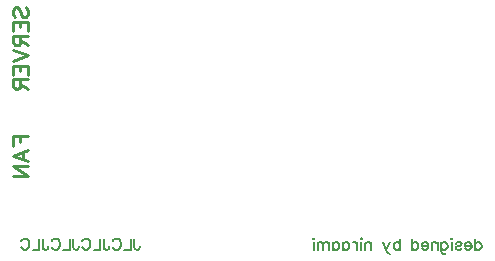
<source format=gbo>
G04 Layer: BottomSilkLayer*
G04 EasyEDA v6.4.25, 2021-10-07T01:57:40+02:00*
G04 74d54719dcbb48859515a23e3f46d2e4,21b141c4020943fdbba11dee5124b23b,10*
G04 Gerber Generator version 0.2*
G04 Scale: 100 percent, Rotated: No, Reflected: No *
G04 Dimensions in millimeters *
G04 leading zeros omitted , absolute positions ,4 integer and 5 decimal *
%FSLAX45Y45*%
%MOMM*%

%ADD32C,0.2000*%
%ADD37C,0.2500*%

%LPD*%
D32*
X1516646Y-2502590D02*
G01*
X1516646Y-2575318D01*
X1521190Y-2588953D01*
X1525737Y-2593500D01*
X1534828Y-2598046D01*
X1543918Y-2598046D01*
X1553009Y-2593500D01*
X1557553Y-2588953D01*
X1562100Y-2575318D01*
X1562100Y-2566228D01*
X1486644Y-2502590D02*
G01*
X1486644Y-2598046D01*
X1486644Y-2598046D02*
G01*
X1432100Y-2598046D01*
X1333919Y-2525318D02*
G01*
X1338463Y-2516228D01*
X1347553Y-2507137D01*
X1356644Y-2502590D01*
X1374828Y-2502590D01*
X1383919Y-2507137D01*
X1393009Y-2516228D01*
X1397553Y-2525318D01*
X1402100Y-2538953D01*
X1402100Y-2561681D01*
X1397553Y-2575318D01*
X1393009Y-2584409D01*
X1383919Y-2593500D01*
X1374828Y-2598046D01*
X1356644Y-2598046D01*
X1347553Y-2593500D01*
X1338463Y-2584409D01*
X1333919Y-2575318D01*
X1258463Y-2502590D02*
G01*
X1258463Y-2575318D01*
X1263009Y-2588953D01*
X1267553Y-2593500D01*
X1276644Y-2598046D01*
X1285735Y-2598046D01*
X1294828Y-2593500D01*
X1299372Y-2588953D01*
X1303919Y-2575318D01*
X1303919Y-2566228D01*
X1228463Y-2502590D02*
G01*
X1228463Y-2598046D01*
X1228463Y-2598046D02*
G01*
X1173919Y-2598046D01*
X1075735Y-2525318D02*
G01*
X1080282Y-2516228D01*
X1089372Y-2507137D01*
X1098463Y-2502590D01*
X1116644Y-2502590D01*
X1125735Y-2507137D01*
X1134826Y-2516228D01*
X1139372Y-2525318D01*
X1143916Y-2538953D01*
X1143916Y-2561681D01*
X1139372Y-2575318D01*
X1134826Y-2584409D01*
X1125735Y-2593500D01*
X1116644Y-2598046D01*
X1098463Y-2598046D01*
X1089372Y-2593500D01*
X1080282Y-2584409D01*
X1075735Y-2575318D01*
X1000282Y-2502590D02*
G01*
X1000282Y-2575318D01*
X1004826Y-2588953D01*
X1009373Y-2593500D01*
X1018463Y-2598046D01*
X1027554Y-2598046D01*
X1036645Y-2593500D01*
X1041191Y-2588953D01*
X1045735Y-2575318D01*
X1045735Y-2566228D01*
X970282Y-2502590D02*
G01*
X970282Y-2598046D01*
X970282Y-2598046D02*
G01*
X915736Y-2598046D01*
X817554Y-2525318D02*
G01*
X822098Y-2516228D01*
X831192Y-2507137D01*
X840282Y-2502590D01*
X858464Y-2502590D01*
X867554Y-2507137D01*
X876645Y-2516228D01*
X881192Y-2525318D01*
X885736Y-2538953D01*
X885736Y-2561681D01*
X881192Y-2575318D01*
X876645Y-2584409D01*
X867554Y-2593500D01*
X858464Y-2598046D01*
X840282Y-2598046D01*
X831192Y-2593500D01*
X822098Y-2584409D01*
X817554Y-2575318D01*
X742099Y-2502590D02*
G01*
X742099Y-2575318D01*
X746645Y-2588953D01*
X751189Y-2593500D01*
X760282Y-2598046D01*
X769373Y-2598046D01*
X778464Y-2593500D01*
X783008Y-2588953D01*
X787554Y-2575318D01*
X787554Y-2566228D01*
X712099Y-2502590D02*
G01*
X712099Y-2598046D01*
X712099Y-2598046D02*
G01*
X657555Y-2598046D01*
X559371Y-2525318D02*
G01*
X563918Y-2516228D01*
X573008Y-2507137D01*
X582099Y-2502590D01*
X600280Y-2502590D01*
X609373Y-2507137D01*
X618464Y-2516228D01*
X623008Y-2525318D01*
X627555Y-2538953D01*
X627555Y-2561681D01*
X623008Y-2575318D01*
X618464Y-2584409D01*
X609373Y-2593500D01*
X600280Y-2598046D01*
X582099Y-2598046D01*
X573008Y-2593500D01*
X563918Y-2584409D01*
X559371Y-2575318D01*
D37*
X508845Y-628827D02*
G01*
X497027Y-617009D01*
X491119Y-599282D01*
X491119Y-575645D01*
X497027Y-557918D01*
X508845Y-546100D01*
X520664Y-546100D01*
X532483Y-552008D01*
X538391Y-557918D01*
X544299Y-569737D01*
X556117Y-605190D01*
X562028Y-617009D01*
X567936Y-622917D01*
X579754Y-628827D01*
X597481Y-628827D01*
X609300Y-617009D01*
X615208Y-599282D01*
X615208Y-575645D01*
X609300Y-557918D01*
X597481Y-546100D01*
X491119Y-667826D02*
G01*
X615208Y-667826D01*
X491119Y-667826D02*
G01*
X491119Y-744646D01*
X550209Y-667826D02*
G01*
X550209Y-715098D01*
X615208Y-667826D02*
G01*
X615208Y-744646D01*
X491119Y-783645D02*
G01*
X615208Y-783645D01*
X491119Y-783645D02*
G01*
X491119Y-836828D01*
X497027Y-854555D01*
X502935Y-860463D01*
X514753Y-866373D01*
X526572Y-866373D01*
X538391Y-860463D01*
X544299Y-854555D01*
X550209Y-836828D01*
X550209Y-783645D01*
X550209Y-825009D02*
G01*
X615208Y-866373D01*
X491119Y-905372D02*
G01*
X615208Y-952644D01*
X491119Y-999919D02*
G01*
X615208Y-952644D01*
X491119Y-1038918D02*
G01*
X615208Y-1038918D01*
X491119Y-1038918D02*
G01*
X491119Y-1115735D01*
X550209Y-1038918D02*
G01*
X550209Y-1086190D01*
X615208Y-1038918D02*
G01*
X615208Y-1115735D01*
X491119Y-1154737D02*
G01*
X615208Y-1154737D01*
X491119Y-1154737D02*
G01*
X491119Y-1207917D01*
X497027Y-1225646D01*
X502935Y-1231554D01*
X514753Y-1237462D01*
X526572Y-1237462D01*
X538391Y-1231554D01*
X544299Y-1225646D01*
X550209Y-1207917D01*
X550209Y-1154737D01*
X550209Y-1196101D02*
G01*
X615208Y-1237462D01*
X491119Y-1638300D02*
G01*
X615208Y-1638300D01*
X491119Y-1638300D02*
G01*
X491119Y-1715117D01*
X550209Y-1638300D02*
G01*
X550209Y-1685571D01*
X491119Y-1801390D02*
G01*
X615208Y-1754118D01*
X491119Y-1801390D02*
G01*
X615208Y-1848662D01*
X573844Y-1771845D02*
G01*
X573844Y-1830936D01*
X491119Y-1887664D02*
G01*
X615208Y-1887664D01*
X491119Y-1887664D02*
G01*
X615208Y-1970389D01*
X491119Y-1970389D02*
G01*
X615208Y-1970389D01*
D32*
X4403153Y-2502590D02*
G01*
X4403153Y-2598046D01*
X4403153Y-2548046D02*
G01*
X4412246Y-2538953D01*
X4421337Y-2534409D01*
X4434972Y-2534409D01*
X4444062Y-2538953D01*
X4453153Y-2548046D01*
X4457700Y-2561681D01*
X4457700Y-2570772D01*
X4453153Y-2584409D01*
X4444062Y-2593500D01*
X4434972Y-2598046D01*
X4421337Y-2598046D01*
X4412246Y-2593500D01*
X4403153Y-2584409D01*
X4373153Y-2561681D02*
G01*
X4318609Y-2561681D01*
X4318609Y-2552590D01*
X4323153Y-2543500D01*
X4327700Y-2538953D01*
X4336790Y-2534409D01*
X4350428Y-2534409D01*
X4359518Y-2538953D01*
X4368609Y-2548046D01*
X4373153Y-2561681D01*
X4373153Y-2570772D01*
X4368609Y-2584409D01*
X4359518Y-2593500D01*
X4350428Y-2598046D01*
X4336790Y-2598046D01*
X4327700Y-2593500D01*
X4318609Y-2584409D01*
X4238609Y-2548046D02*
G01*
X4243153Y-2538953D01*
X4256791Y-2534409D01*
X4270428Y-2534409D01*
X4284063Y-2538953D01*
X4288609Y-2548046D01*
X4284063Y-2557137D01*
X4274972Y-2561681D01*
X4252244Y-2566228D01*
X4243153Y-2570772D01*
X4238609Y-2579862D01*
X4238609Y-2584409D01*
X4243153Y-2593500D01*
X4256791Y-2598046D01*
X4270428Y-2598046D01*
X4284063Y-2593500D01*
X4288609Y-2584409D01*
X4208609Y-2502590D02*
G01*
X4204063Y-2507137D01*
X4199519Y-2502590D01*
X4204063Y-2498044D01*
X4208609Y-2502590D01*
X4204063Y-2534409D02*
G01*
X4204063Y-2598046D01*
X4114972Y-2534409D02*
G01*
X4114972Y-2607137D01*
X4119519Y-2620771D01*
X4124063Y-2625318D01*
X4133154Y-2629862D01*
X4146791Y-2629862D01*
X4155881Y-2625318D01*
X4114972Y-2548046D02*
G01*
X4124063Y-2538953D01*
X4133154Y-2534409D01*
X4146791Y-2534409D01*
X4155881Y-2538953D01*
X4164972Y-2548046D01*
X4169519Y-2561681D01*
X4169519Y-2570772D01*
X4164972Y-2584409D01*
X4155881Y-2593500D01*
X4146791Y-2598046D01*
X4133154Y-2598046D01*
X4124063Y-2593500D01*
X4114972Y-2584409D01*
X4084972Y-2534409D02*
G01*
X4084972Y-2598046D01*
X4084972Y-2552590D02*
G01*
X4071335Y-2538953D01*
X4062244Y-2534409D01*
X4048610Y-2534409D01*
X4039516Y-2538953D01*
X4034972Y-2552590D01*
X4034972Y-2598046D01*
X4004972Y-2561681D02*
G01*
X3950426Y-2561681D01*
X3950426Y-2552590D01*
X3954973Y-2543500D01*
X3959517Y-2538953D01*
X3968610Y-2534409D01*
X3982245Y-2534409D01*
X3991335Y-2538953D01*
X4000426Y-2548046D01*
X4004972Y-2561681D01*
X4004972Y-2570772D01*
X4000426Y-2584409D01*
X3991335Y-2593500D01*
X3982245Y-2598046D01*
X3968610Y-2598046D01*
X3959517Y-2593500D01*
X3950426Y-2584409D01*
X3865882Y-2502590D02*
G01*
X3865882Y-2598046D01*
X3865882Y-2548046D02*
G01*
X3874973Y-2538953D01*
X3884063Y-2534409D01*
X3897701Y-2534409D01*
X3906791Y-2538953D01*
X3915882Y-2548046D01*
X3920426Y-2561681D01*
X3920426Y-2570772D01*
X3915882Y-2584409D01*
X3906791Y-2593500D01*
X3897701Y-2598046D01*
X3884063Y-2598046D01*
X3874973Y-2593500D01*
X3865882Y-2584409D01*
X3765882Y-2502590D02*
G01*
X3765882Y-2598046D01*
X3765882Y-2548046D02*
G01*
X3756792Y-2538953D01*
X3747698Y-2534409D01*
X3734064Y-2534409D01*
X3724973Y-2538953D01*
X3715882Y-2548046D01*
X3711336Y-2561681D01*
X3711336Y-2570772D01*
X3715882Y-2584409D01*
X3724973Y-2593500D01*
X3734064Y-2598046D01*
X3747698Y-2598046D01*
X3756792Y-2593500D01*
X3765882Y-2584409D01*
X3676789Y-2534409D02*
G01*
X3649517Y-2598046D01*
X3622245Y-2534409D02*
G01*
X3649517Y-2598046D01*
X3658608Y-2616227D01*
X3667699Y-2625318D01*
X3676789Y-2629862D01*
X3681336Y-2629862D01*
X3522245Y-2534409D02*
G01*
X3522245Y-2598046D01*
X3522245Y-2552590D02*
G01*
X3508608Y-2538953D01*
X3499518Y-2534409D01*
X3485880Y-2534409D01*
X3476790Y-2538953D01*
X3472246Y-2552590D01*
X3472246Y-2598046D01*
X3442246Y-2502590D02*
G01*
X3437699Y-2507137D01*
X3433155Y-2502590D01*
X3437699Y-2498044D01*
X3442246Y-2502590D01*
X3437699Y-2534409D02*
G01*
X3437699Y-2598046D01*
X3403155Y-2534409D02*
G01*
X3403155Y-2598046D01*
X3403155Y-2561681D02*
G01*
X3398608Y-2548046D01*
X3389518Y-2538953D01*
X3380427Y-2534409D01*
X3366790Y-2534409D01*
X3282246Y-2534409D02*
G01*
X3282246Y-2598046D01*
X3282246Y-2548046D02*
G01*
X3291337Y-2538953D01*
X3300427Y-2534409D01*
X3314062Y-2534409D01*
X3323155Y-2538953D01*
X3332246Y-2548046D01*
X3336790Y-2561681D01*
X3336790Y-2570772D01*
X3332246Y-2584409D01*
X3323155Y-2593500D01*
X3314062Y-2598046D01*
X3300427Y-2598046D01*
X3291337Y-2593500D01*
X3282246Y-2584409D01*
X3197699Y-2534409D02*
G01*
X3197699Y-2598046D01*
X3197699Y-2548046D02*
G01*
X3206790Y-2538953D01*
X3215881Y-2534409D01*
X3229518Y-2534409D01*
X3238609Y-2538953D01*
X3247699Y-2548046D01*
X3252246Y-2561681D01*
X3252246Y-2570772D01*
X3247699Y-2584409D01*
X3238609Y-2593500D01*
X3229518Y-2598046D01*
X3215881Y-2598046D01*
X3206790Y-2593500D01*
X3197699Y-2584409D01*
X3167700Y-2534409D02*
G01*
X3167700Y-2598046D01*
X3167700Y-2552590D02*
G01*
X3154062Y-2538953D01*
X3144972Y-2534409D01*
X3131337Y-2534409D01*
X3122244Y-2538953D01*
X3117700Y-2552590D01*
X3117700Y-2598046D01*
X3117700Y-2552590D02*
G01*
X3104062Y-2538953D01*
X3094972Y-2534409D01*
X3081337Y-2534409D01*
X3072244Y-2538953D01*
X3067700Y-2552590D01*
X3067700Y-2598046D01*
X3037700Y-2502590D02*
G01*
X3033153Y-2507137D01*
X3028609Y-2502590D01*
X3033153Y-2498044D01*
X3037700Y-2502590D01*
X3033153Y-2534409D02*
G01*
X3033153Y-2598046D01*
M02*

</source>
